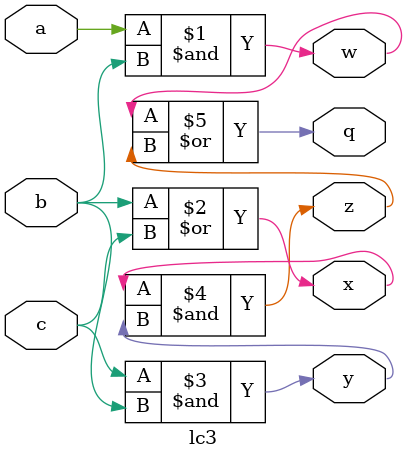
<source format=v>
module lc3(a,b,c,w,x,y,z,q);
input a,b,c ;
output w,x,y,z,q;

and(w,a,b);
or(x,b,c);
and(y,c,b);
and(z,x,y);
or(q,w,z);

endmodule

</source>
